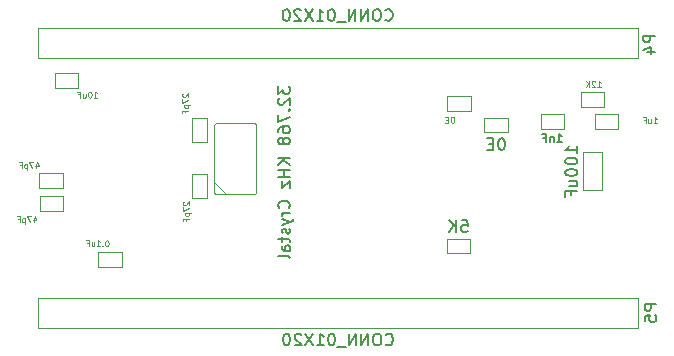
<source format=gbr>
G04 #@! TF.FileFunction,Other,Fab,Bot*
%FSLAX46Y46*%
G04 Gerber Fmt 4.6, Leading zero omitted, Abs format (unit mm)*
G04 Created by KiCad (PCBNEW 4.0.4-stable) date 02/18/17 15:09:56*
%MOMM*%
%LPD*%
G01*
G04 APERTURE LIST*
%ADD10C,0.100000*%
%ADD11C,0.125000*%
%ADD12C,0.150000*%
G04 APERTURE END LIST*
D10*
X117390000Y-92315000D02*
X117390000Y-91065000D01*
X115390000Y-92315000D02*
X117390000Y-92315000D01*
X115390000Y-91065000D02*
X115390000Y-92315000D01*
X117390000Y-91065000D02*
X115390000Y-91065000D01*
X119100000Y-106235000D02*
X119100000Y-107485000D01*
X121100000Y-106235000D02*
X119100000Y-106235000D01*
X121100000Y-107485000D02*
X121100000Y-106235000D01*
X119100000Y-107485000D02*
X121100000Y-107485000D01*
X114100000Y-99545000D02*
X114100000Y-100795000D01*
X116100000Y-99545000D02*
X114100000Y-99545000D01*
X116100000Y-100795000D02*
X116100000Y-99545000D01*
X114100000Y-100795000D02*
X116100000Y-100795000D01*
X114120000Y-101485000D02*
X114120000Y-102735000D01*
X116120000Y-101485000D02*
X114120000Y-101485000D01*
X116120000Y-102735000D02*
X116120000Y-101485000D01*
X114120000Y-102735000D02*
X116120000Y-102735000D01*
X158560000Y-95795000D02*
X158560000Y-94545000D01*
X156560000Y-95795000D02*
X158560000Y-95795000D01*
X156560000Y-94545000D02*
X156560000Y-95795000D01*
X158560000Y-94545000D02*
X156560000Y-94545000D01*
X127045000Y-101620000D02*
X128295000Y-101620000D01*
X127045000Y-99620000D02*
X127045000Y-101620000D01*
X128295000Y-99620000D02*
X127045000Y-99620000D01*
X128295000Y-101620000D02*
X128295000Y-99620000D01*
X128295000Y-94880000D02*
X127045000Y-94880000D01*
X128295000Y-96880000D02*
X128295000Y-94880000D01*
X127045000Y-96880000D02*
X128295000Y-96880000D01*
X127045000Y-94880000D02*
X127045000Y-96880000D01*
X161120000Y-94555000D02*
X161120000Y-95805000D01*
X163120000Y-94555000D02*
X161120000Y-94555000D01*
X163120000Y-95805000D02*
X163120000Y-94555000D01*
X161120000Y-95805000D02*
X163120000Y-95805000D01*
X164760000Y-89840000D02*
X113960000Y-89840000D01*
X113960000Y-89840000D02*
X113960000Y-87300000D01*
X113960000Y-87300000D02*
X164760000Y-87300000D01*
X164760000Y-87300000D02*
X164760000Y-89840000D01*
X164760000Y-112700000D02*
X113960000Y-112700000D01*
X113960000Y-112700000D02*
X113960000Y-110160000D01*
X113960000Y-110160000D02*
X164760000Y-110160000D01*
X164760000Y-110160000D02*
X164760000Y-112700000D01*
X161950000Y-93955000D02*
X161950000Y-92705000D01*
X159950000Y-93955000D02*
X161950000Y-93955000D01*
X159950000Y-92705000D02*
X159950000Y-93955000D01*
X161950000Y-92705000D02*
X159950000Y-92705000D01*
X148580000Y-105095000D02*
X148580000Y-106345000D01*
X150580000Y-105095000D02*
X148580000Y-105095000D01*
X150580000Y-106345000D02*
X150580000Y-105095000D01*
X148580000Y-106345000D02*
X150580000Y-106345000D01*
X153780000Y-96095000D02*
X153780000Y-94845000D01*
X151780000Y-96095000D02*
X153780000Y-96095000D01*
X151780000Y-94845000D02*
X151780000Y-96095000D01*
X153780000Y-94845000D02*
X151780000Y-94845000D01*
X150650000Y-94305000D02*
X150650000Y-93055000D01*
X148650000Y-94305000D02*
X150650000Y-94305000D01*
X148650000Y-93055000D02*
X148650000Y-94305000D01*
X150650000Y-93055000D02*
X148650000Y-93055000D01*
X161720000Y-97750000D02*
X160120000Y-97750000D01*
X161720000Y-100950000D02*
X161720000Y-97750000D01*
X160120000Y-100950000D02*
X161720000Y-100950000D01*
X160120000Y-97750000D02*
X160120000Y-100950000D01*
X132430000Y-101240000D02*
X132430000Y-95440000D01*
X132430000Y-95440000D02*
X132330000Y-95340000D01*
X132330000Y-95340000D02*
X129030000Y-95340000D01*
X129030000Y-95340000D02*
X128930000Y-95440000D01*
X128930000Y-95440000D02*
X128930000Y-101240000D01*
X128930000Y-101240000D02*
X129030000Y-101340000D01*
X129030000Y-101340000D02*
X132330000Y-101340000D01*
X132330000Y-101340000D02*
X132430000Y-101240000D01*
X129930000Y-101340000D02*
X128930000Y-100340000D01*
D11*
X118715714Y-93146190D02*
X119001428Y-93146190D01*
X118858571Y-93146190D02*
X118858571Y-92646190D01*
X118906190Y-92717619D01*
X118953809Y-92765238D01*
X119001428Y-92789048D01*
X118406190Y-92646190D02*
X118358571Y-92646190D01*
X118310952Y-92670000D01*
X118287143Y-92693810D01*
X118263333Y-92741429D01*
X118239524Y-92836667D01*
X118239524Y-92955714D01*
X118263333Y-93050952D01*
X118287143Y-93098571D01*
X118310952Y-93122381D01*
X118358571Y-93146190D01*
X118406190Y-93146190D01*
X118453809Y-93122381D01*
X118477619Y-93098571D01*
X118501428Y-93050952D01*
X118525238Y-92955714D01*
X118525238Y-92836667D01*
X118501428Y-92741429D01*
X118477619Y-92693810D01*
X118453809Y-92670000D01*
X118406190Y-92646190D01*
X117810953Y-92812857D02*
X117810953Y-93146190D01*
X118025238Y-92812857D02*
X118025238Y-93074762D01*
X118001429Y-93122381D01*
X117953810Y-93146190D01*
X117882381Y-93146190D01*
X117834762Y-93122381D01*
X117810953Y-93098571D01*
X117406191Y-92884286D02*
X117572857Y-92884286D01*
X117572857Y-93146190D02*
X117572857Y-92646190D01*
X117334762Y-92646190D01*
X119841427Y-105246190D02*
X119793808Y-105246190D01*
X119746189Y-105270000D01*
X119722380Y-105293810D01*
X119698570Y-105341429D01*
X119674761Y-105436667D01*
X119674761Y-105555714D01*
X119698570Y-105650952D01*
X119722380Y-105698571D01*
X119746189Y-105722381D01*
X119793808Y-105746190D01*
X119841427Y-105746190D01*
X119889046Y-105722381D01*
X119912856Y-105698571D01*
X119936665Y-105650952D01*
X119960475Y-105555714D01*
X119960475Y-105436667D01*
X119936665Y-105341429D01*
X119912856Y-105293810D01*
X119889046Y-105270000D01*
X119841427Y-105246190D01*
X119460475Y-105698571D02*
X119436666Y-105722381D01*
X119460475Y-105746190D01*
X119484285Y-105722381D01*
X119460475Y-105698571D01*
X119460475Y-105746190D01*
X118960476Y-105746190D02*
X119246190Y-105746190D01*
X119103333Y-105746190D02*
X119103333Y-105246190D01*
X119150952Y-105317619D01*
X119198571Y-105365238D01*
X119246190Y-105389048D01*
X118531905Y-105412857D02*
X118531905Y-105746190D01*
X118746190Y-105412857D02*
X118746190Y-105674762D01*
X118722381Y-105722381D01*
X118674762Y-105746190D01*
X118603333Y-105746190D01*
X118555714Y-105722381D01*
X118531905Y-105698571D01*
X118127143Y-105484286D02*
X118293809Y-105484286D01*
X118293809Y-105746190D02*
X118293809Y-105246190D01*
X118055714Y-105246190D01*
X113803333Y-98792857D02*
X113803333Y-99126190D01*
X113922380Y-98602381D02*
X114041428Y-98959524D01*
X113731904Y-98959524D01*
X113589047Y-98626190D02*
X113255714Y-98626190D01*
X113470000Y-99126190D01*
X113065238Y-98792857D02*
X113065238Y-99292857D01*
X113065238Y-98816667D02*
X113017619Y-98792857D01*
X112922381Y-98792857D01*
X112874762Y-98816667D01*
X112850953Y-98840476D01*
X112827143Y-98888095D01*
X112827143Y-99030952D01*
X112850953Y-99078571D01*
X112874762Y-99102381D01*
X112922381Y-99126190D01*
X113017619Y-99126190D01*
X113065238Y-99102381D01*
X112446191Y-98864286D02*
X112612857Y-98864286D01*
X112612857Y-99126190D02*
X112612857Y-98626190D01*
X112374762Y-98626190D01*
X113623333Y-103362857D02*
X113623333Y-103696190D01*
X113742380Y-103172381D02*
X113861428Y-103529524D01*
X113551904Y-103529524D01*
X113409047Y-103196190D02*
X113075714Y-103196190D01*
X113290000Y-103696190D01*
X112885238Y-103362857D02*
X112885238Y-103862857D01*
X112885238Y-103386667D02*
X112837619Y-103362857D01*
X112742381Y-103362857D01*
X112694762Y-103386667D01*
X112670953Y-103410476D01*
X112647143Y-103458095D01*
X112647143Y-103600952D01*
X112670953Y-103648571D01*
X112694762Y-103672381D01*
X112742381Y-103696190D01*
X112837619Y-103696190D01*
X112885238Y-103672381D01*
X112266191Y-103434286D02*
X112432857Y-103434286D01*
X112432857Y-103696190D02*
X112432857Y-103196190D01*
X112194762Y-103196190D01*
D12*
X157936667Y-96946667D02*
X158336667Y-96946667D01*
X158136667Y-96946667D02*
X158136667Y-96246667D01*
X158203333Y-96346667D01*
X158270000Y-96413333D01*
X158336667Y-96446667D01*
X157636666Y-96480000D02*
X157636666Y-96946667D01*
X157636666Y-96546667D02*
X157603333Y-96513333D01*
X157536666Y-96480000D01*
X157436666Y-96480000D01*
X157370000Y-96513333D01*
X157336666Y-96580000D01*
X157336666Y-96946667D01*
X156770000Y-96580000D02*
X157003333Y-96580000D01*
X157003333Y-96946667D02*
X157003333Y-96246667D01*
X156670000Y-96246667D01*
D11*
X126323810Y-101968572D02*
X126300000Y-101992382D01*
X126276190Y-102040001D01*
X126276190Y-102159048D01*
X126300000Y-102206667D01*
X126323810Y-102230477D01*
X126371429Y-102254286D01*
X126419048Y-102254286D01*
X126490476Y-102230477D01*
X126776190Y-101944763D01*
X126776190Y-102254286D01*
X126276190Y-102420953D02*
X126276190Y-102754286D01*
X126776190Y-102540000D01*
X126442857Y-102944762D02*
X126942857Y-102944762D01*
X126466667Y-102944762D02*
X126442857Y-102992381D01*
X126442857Y-103087619D01*
X126466667Y-103135238D01*
X126490476Y-103159047D01*
X126538095Y-103182857D01*
X126680952Y-103182857D01*
X126728571Y-103159047D01*
X126752381Y-103135238D01*
X126776190Y-103087619D01*
X126776190Y-102992381D01*
X126752381Y-102944762D01*
X126514286Y-103563809D02*
X126514286Y-103397143D01*
X126776190Y-103397143D02*
X126276190Y-103397143D01*
X126276190Y-103635238D01*
X126263810Y-92818572D02*
X126240000Y-92842382D01*
X126216190Y-92890001D01*
X126216190Y-93009048D01*
X126240000Y-93056667D01*
X126263810Y-93080477D01*
X126311429Y-93104286D01*
X126359048Y-93104286D01*
X126430476Y-93080477D01*
X126716190Y-92794763D01*
X126716190Y-93104286D01*
X126216190Y-93270953D02*
X126216190Y-93604286D01*
X126716190Y-93390000D01*
X126382857Y-93794762D02*
X126882857Y-93794762D01*
X126406667Y-93794762D02*
X126382857Y-93842381D01*
X126382857Y-93937619D01*
X126406667Y-93985238D01*
X126430476Y-94009047D01*
X126478095Y-94032857D01*
X126620952Y-94032857D01*
X126668571Y-94009047D01*
X126692381Y-93985238D01*
X126716190Y-93937619D01*
X126716190Y-93842381D01*
X126692381Y-93794762D01*
X126454286Y-94413809D02*
X126454286Y-94247143D01*
X126716190Y-94247143D02*
X126216190Y-94247143D01*
X126216190Y-94485238D01*
X166107619Y-95336190D02*
X166393333Y-95336190D01*
X166250476Y-95336190D02*
X166250476Y-94836190D01*
X166298095Y-94907619D01*
X166345714Y-94955238D01*
X166393333Y-94979048D01*
X165679048Y-95002857D02*
X165679048Y-95336190D01*
X165893333Y-95002857D02*
X165893333Y-95264762D01*
X165869524Y-95312381D01*
X165821905Y-95336190D01*
X165750476Y-95336190D01*
X165702857Y-95312381D01*
X165679048Y-95288571D01*
X165274286Y-95074286D02*
X165440952Y-95074286D01*
X165440952Y-95336190D02*
X165440952Y-94836190D01*
X165202857Y-94836190D01*
D12*
X166252381Y-87901905D02*
X165252381Y-87901905D01*
X165252381Y-88282858D01*
X165300000Y-88378096D01*
X165347619Y-88425715D01*
X165442857Y-88473334D01*
X165585714Y-88473334D01*
X165680952Y-88425715D01*
X165728571Y-88378096D01*
X165776190Y-88282858D01*
X165776190Y-87901905D01*
X165585714Y-89330477D02*
X166252381Y-89330477D01*
X165204762Y-89092381D02*
X165919048Y-88854286D01*
X165919048Y-89473334D01*
X143393809Y-86557143D02*
X143441428Y-86604762D01*
X143584285Y-86652381D01*
X143679523Y-86652381D01*
X143822381Y-86604762D01*
X143917619Y-86509524D01*
X143965238Y-86414286D01*
X144012857Y-86223810D01*
X144012857Y-86080952D01*
X143965238Y-85890476D01*
X143917619Y-85795238D01*
X143822381Y-85700000D01*
X143679523Y-85652381D01*
X143584285Y-85652381D01*
X143441428Y-85700000D01*
X143393809Y-85747619D01*
X142774762Y-85652381D02*
X142584285Y-85652381D01*
X142489047Y-85700000D01*
X142393809Y-85795238D01*
X142346190Y-85985714D01*
X142346190Y-86319048D01*
X142393809Y-86509524D01*
X142489047Y-86604762D01*
X142584285Y-86652381D01*
X142774762Y-86652381D01*
X142870000Y-86604762D01*
X142965238Y-86509524D01*
X143012857Y-86319048D01*
X143012857Y-85985714D01*
X142965238Y-85795238D01*
X142870000Y-85700000D01*
X142774762Y-85652381D01*
X141917619Y-86652381D02*
X141917619Y-85652381D01*
X141346190Y-86652381D01*
X141346190Y-85652381D01*
X140870000Y-86652381D02*
X140870000Y-85652381D01*
X140298571Y-86652381D01*
X140298571Y-85652381D01*
X140060476Y-86747619D02*
X139298571Y-86747619D01*
X138870000Y-85652381D02*
X138774761Y-85652381D01*
X138679523Y-85700000D01*
X138631904Y-85747619D01*
X138584285Y-85842857D01*
X138536666Y-86033333D01*
X138536666Y-86271429D01*
X138584285Y-86461905D01*
X138631904Y-86557143D01*
X138679523Y-86604762D01*
X138774761Y-86652381D01*
X138870000Y-86652381D01*
X138965238Y-86604762D01*
X139012857Y-86557143D01*
X139060476Y-86461905D01*
X139108095Y-86271429D01*
X139108095Y-86033333D01*
X139060476Y-85842857D01*
X139012857Y-85747619D01*
X138965238Y-85700000D01*
X138870000Y-85652381D01*
X137584285Y-86652381D02*
X138155714Y-86652381D01*
X137870000Y-86652381D02*
X137870000Y-85652381D01*
X137965238Y-85795238D01*
X138060476Y-85890476D01*
X138155714Y-85938095D01*
X137250952Y-85652381D02*
X136584285Y-86652381D01*
X136584285Y-85652381D02*
X137250952Y-86652381D01*
X136250952Y-85747619D02*
X136203333Y-85700000D01*
X136108095Y-85652381D01*
X135869999Y-85652381D01*
X135774761Y-85700000D01*
X135727142Y-85747619D01*
X135679523Y-85842857D01*
X135679523Y-85938095D01*
X135727142Y-86080952D01*
X136298571Y-86652381D01*
X135679523Y-86652381D01*
X135060476Y-85652381D02*
X134965237Y-85652381D01*
X134869999Y-85700000D01*
X134822380Y-85747619D01*
X134774761Y-85842857D01*
X134727142Y-86033333D01*
X134727142Y-86271429D01*
X134774761Y-86461905D01*
X134822380Y-86557143D01*
X134869999Y-86604762D01*
X134965237Y-86652381D01*
X135060476Y-86652381D01*
X135155714Y-86604762D01*
X135203333Y-86557143D01*
X135250952Y-86461905D01*
X135298571Y-86271429D01*
X135298571Y-86033333D01*
X135250952Y-85842857D01*
X135203333Y-85747619D01*
X135155714Y-85700000D01*
X135060476Y-85652381D01*
X166352381Y-110621905D02*
X165352381Y-110621905D01*
X165352381Y-111002858D01*
X165400000Y-111098096D01*
X165447619Y-111145715D01*
X165542857Y-111193334D01*
X165685714Y-111193334D01*
X165780952Y-111145715D01*
X165828571Y-111098096D01*
X165876190Y-111002858D01*
X165876190Y-110621905D01*
X165352381Y-112098096D02*
X165352381Y-111621905D01*
X165828571Y-111574286D01*
X165780952Y-111621905D01*
X165733333Y-111717143D01*
X165733333Y-111955239D01*
X165780952Y-112050477D01*
X165828571Y-112098096D01*
X165923810Y-112145715D01*
X166161905Y-112145715D01*
X166257143Y-112098096D01*
X166304762Y-112050477D01*
X166352381Y-111955239D01*
X166352381Y-111717143D01*
X166304762Y-111621905D01*
X166257143Y-111574286D01*
X143423809Y-114047143D02*
X143471428Y-114094762D01*
X143614285Y-114142381D01*
X143709523Y-114142381D01*
X143852381Y-114094762D01*
X143947619Y-113999524D01*
X143995238Y-113904286D01*
X144042857Y-113713810D01*
X144042857Y-113570952D01*
X143995238Y-113380476D01*
X143947619Y-113285238D01*
X143852381Y-113190000D01*
X143709523Y-113142381D01*
X143614285Y-113142381D01*
X143471428Y-113190000D01*
X143423809Y-113237619D01*
X142804762Y-113142381D02*
X142614285Y-113142381D01*
X142519047Y-113190000D01*
X142423809Y-113285238D01*
X142376190Y-113475714D01*
X142376190Y-113809048D01*
X142423809Y-113999524D01*
X142519047Y-114094762D01*
X142614285Y-114142381D01*
X142804762Y-114142381D01*
X142900000Y-114094762D01*
X142995238Y-113999524D01*
X143042857Y-113809048D01*
X143042857Y-113475714D01*
X142995238Y-113285238D01*
X142900000Y-113190000D01*
X142804762Y-113142381D01*
X141947619Y-114142381D02*
X141947619Y-113142381D01*
X141376190Y-114142381D01*
X141376190Y-113142381D01*
X140900000Y-114142381D02*
X140900000Y-113142381D01*
X140328571Y-114142381D01*
X140328571Y-113142381D01*
X140090476Y-114237619D02*
X139328571Y-114237619D01*
X138900000Y-113142381D02*
X138804761Y-113142381D01*
X138709523Y-113190000D01*
X138661904Y-113237619D01*
X138614285Y-113332857D01*
X138566666Y-113523333D01*
X138566666Y-113761429D01*
X138614285Y-113951905D01*
X138661904Y-114047143D01*
X138709523Y-114094762D01*
X138804761Y-114142381D01*
X138900000Y-114142381D01*
X138995238Y-114094762D01*
X139042857Y-114047143D01*
X139090476Y-113951905D01*
X139138095Y-113761429D01*
X139138095Y-113523333D01*
X139090476Y-113332857D01*
X139042857Y-113237619D01*
X138995238Y-113190000D01*
X138900000Y-113142381D01*
X137614285Y-114142381D02*
X138185714Y-114142381D01*
X137900000Y-114142381D02*
X137900000Y-113142381D01*
X137995238Y-113285238D01*
X138090476Y-113380476D01*
X138185714Y-113428095D01*
X137280952Y-113142381D02*
X136614285Y-114142381D01*
X136614285Y-113142381D02*
X137280952Y-114142381D01*
X136280952Y-113237619D02*
X136233333Y-113190000D01*
X136138095Y-113142381D01*
X135899999Y-113142381D01*
X135804761Y-113190000D01*
X135757142Y-113237619D01*
X135709523Y-113332857D01*
X135709523Y-113428095D01*
X135757142Y-113570952D01*
X136328571Y-114142381D01*
X135709523Y-114142381D01*
X135090476Y-113142381D02*
X134995237Y-113142381D01*
X134899999Y-113190000D01*
X134852380Y-113237619D01*
X134804761Y-113332857D01*
X134757142Y-113523333D01*
X134757142Y-113761429D01*
X134804761Y-113951905D01*
X134852380Y-114047143D01*
X134899999Y-114094762D01*
X134995237Y-114142381D01*
X135090476Y-114142381D01*
X135185714Y-114094762D01*
X135233333Y-114047143D01*
X135280952Y-113951905D01*
X135328571Y-113761429D01*
X135328571Y-113523333D01*
X135280952Y-113332857D01*
X135233333Y-113237619D01*
X135185714Y-113190000D01*
X135090476Y-113142381D01*
D11*
X161335238Y-92256190D02*
X161620952Y-92256190D01*
X161478095Y-92256190D02*
X161478095Y-91756190D01*
X161525714Y-91827619D01*
X161573333Y-91875238D01*
X161620952Y-91899048D01*
X161144762Y-91803810D02*
X161120952Y-91780000D01*
X161073333Y-91756190D01*
X160954286Y-91756190D01*
X160906667Y-91780000D01*
X160882857Y-91803810D01*
X160859048Y-91851429D01*
X160859048Y-91899048D01*
X160882857Y-91970476D01*
X161168571Y-92256190D01*
X160859048Y-92256190D01*
X160644762Y-92256190D02*
X160644762Y-91756190D01*
X160359048Y-92256190D02*
X160573334Y-91970476D01*
X160359048Y-91756190D02*
X160644762Y-92041905D01*
D12*
X149861904Y-103532381D02*
X150338095Y-103532381D01*
X150385714Y-104008571D01*
X150338095Y-103960952D01*
X150242857Y-103913333D01*
X150004761Y-103913333D01*
X149909523Y-103960952D01*
X149861904Y-104008571D01*
X149814285Y-104103810D01*
X149814285Y-104341905D01*
X149861904Y-104437143D01*
X149909523Y-104484762D01*
X150004761Y-104532381D01*
X150242857Y-104532381D01*
X150338095Y-104484762D01*
X150385714Y-104437143D01*
X149385714Y-104532381D02*
X149385714Y-103532381D01*
X148814285Y-104532381D02*
X149242857Y-103960952D01*
X148814285Y-103532381D02*
X149385714Y-104103810D01*
X153270000Y-96592381D02*
X153174761Y-96592381D01*
X153079523Y-96640000D01*
X153031904Y-96687619D01*
X152984285Y-96782857D01*
X152936666Y-96973333D01*
X152936666Y-97211429D01*
X152984285Y-97401905D01*
X153031904Y-97497143D01*
X153079523Y-97544762D01*
X153174761Y-97592381D01*
X153270000Y-97592381D01*
X153365238Y-97544762D01*
X153412857Y-97497143D01*
X153460476Y-97401905D01*
X153508095Y-97211429D01*
X153508095Y-96973333D01*
X153460476Y-96782857D01*
X153412857Y-96687619D01*
X153365238Y-96640000D01*
X153270000Y-96592381D01*
X152508095Y-97068571D02*
X152174761Y-97068571D01*
X152031904Y-97592381D02*
X152508095Y-97592381D01*
X152508095Y-96592381D01*
X152031904Y-96592381D01*
D11*
X149099999Y-94786190D02*
X149052380Y-94786190D01*
X149004761Y-94810000D01*
X148980952Y-94833810D01*
X148957142Y-94881429D01*
X148933333Y-94976667D01*
X148933333Y-95095714D01*
X148957142Y-95190952D01*
X148980952Y-95238571D01*
X149004761Y-95262381D01*
X149052380Y-95286190D01*
X149099999Y-95286190D01*
X149147618Y-95262381D01*
X149171428Y-95238571D01*
X149195237Y-95190952D01*
X149219047Y-95095714D01*
X149219047Y-94976667D01*
X149195237Y-94881429D01*
X149171428Y-94833810D01*
X149147618Y-94810000D01*
X149099999Y-94786190D01*
X148719047Y-95024286D02*
X148552381Y-95024286D01*
X148480952Y-95286190D02*
X148719047Y-95286190D01*
X148719047Y-94786190D01*
X148480952Y-94786190D01*
D12*
X159632381Y-97862381D02*
X159632381Y-97290952D01*
X159632381Y-97576666D02*
X158632381Y-97576666D01*
X158775238Y-97481428D01*
X158870476Y-97386190D01*
X158918095Y-97290952D01*
X158632381Y-98481428D02*
X158632381Y-98576667D01*
X158680000Y-98671905D01*
X158727619Y-98719524D01*
X158822857Y-98767143D01*
X159013333Y-98814762D01*
X159251429Y-98814762D01*
X159441905Y-98767143D01*
X159537143Y-98719524D01*
X159584762Y-98671905D01*
X159632381Y-98576667D01*
X159632381Y-98481428D01*
X159584762Y-98386190D01*
X159537143Y-98338571D01*
X159441905Y-98290952D01*
X159251429Y-98243333D01*
X159013333Y-98243333D01*
X158822857Y-98290952D01*
X158727619Y-98338571D01*
X158680000Y-98386190D01*
X158632381Y-98481428D01*
X158632381Y-99433809D02*
X158632381Y-99529048D01*
X158680000Y-99624286D01*
X158727619Y-99671905D01*
X158822857Y-99719524D01*
X159013333Y-99767143D01*
X159251429Y-99767143D01*
X159441905Y-99719524D01*
X159537143Y-99671905D01*
X159584762Y-99624286D01*
X159632381Y-99529048D01*
X159632381Y-99433809D01*
X159584762Y-99338571D01*
X159537143Y-99290952D01*
X159441905Y-99243333D01*
X159251429Y-99195714D01*
X159013333Y-99195714D01*
X158822857Y-99243333D01*
X158727619Y-99290952D01*
X158680000Y-99338571D01*
X158632381Y-99433809D01*
X158965714Y-100624286D02*
X159632381Y-100624286D01*
X158965714Y-100195714D02*
X159489524Y-100195714D01*
X159584762Y-100243333D01*
X159632381Y-100338571D01*
X159632381Y-100481429D01*
X159584762Y-100576667D01*
X159537143Y-100624286D01*
X159108571Y-101433810D02*
X159108571Y-101100476D01*
X159632381Y-101100476D02*
X158632381Y-101100476D01*
X158632381Y-101576667D01*
X134322381Y-92208094D02*
X134322381Y-92827142D01*
X134703333Y-92493808D01*
X134703333Y-92636666D01*
X134750952Y-92731904D01*
X134798571Y-92779523D01*
X134893810Y-92827142D01*
X135131905Y-92827142D01*
X135227143Y-92779523D01*
X135274762Y-92731904D01*
X135322381Y-92636666D01*
X135322381Y-92350951D01*
X135274762Y-92255713D01*
X135227143Y-92208094D01*
X134417619Y-93208094D02*
X134370000Y-93255713D01*
X134322381Y-93350951D01*
X134322381Y-93589047D01*
X134370000Y-93684285D01*
X134417619Y-93731904D01*
X134512857Y-93779523D01*
X134608095Y-93779523D01*
X134750952Y-93731904D01*
X135322381Y-93160475D01*
X135322381Y-93779523D01*
X135227143Y-94208094D02*
X135274762Y-94255713D01*
X135322381Y-94208094D01*
X135274762Y-94160475D01*
X135227143Y-94208094D01*
X135322381Y-94208094D01*
X134322381Y-94589046D02*
X134322381Y-95255713D01*
X135322381Y-94827141D01*
X134322381Y-96065237D02*
X134322381Y-95874760D01*
X134370000Y-95779522D01*
X134417619Y-95731903D01*
X134560476Y-95636665D01*
X134750952Y-95589046D01*
X135131905Y-95589046D01*
X135227143Y-95636665D01*
X135274762Y-95684284D01*
X135322381Y-95779522D01*
X135322381Y-95969999D01*
X135274762Y-96065237D01*
X135227143Y-96112856D01*
X135131905Y-96160475D01*
X134893810Y-96160475D01*
X134798571Y-96112856D01*
X134750952Y-96065237D01*
X134703333Y-95969999D01*
X134703333Y-95779522D01*
X134750952Y-95684284D01*
X134798571Y-95636665D01*
X134893810Y-95589046D01*
X134750952Y-96731903D02*
X134703333Y-96636665D01*
X134655714Y-96589046D01*
X134560476Y-96541427D01*
X134512857Y-96541427D01*
X134417619Y-96589046D01*
X134370000Y-96636665D01*
X134322381Y-96731903D01*
X134322381Y-96922380D01*
X134370000Y-97017618D01*
X134417619Y-97065237D01*
X134512857Y-97112856D01*
X134560476Y-97112856D01*
X134655714Y-97065237D01*
X134703333Y-97017618D01*
X134750952Y-96922380D01*
X134750952Y-96731903D01*
X134798571Y-96636665D01*
X134846190Y-96589046D01*
X134941429Y-96541427D01*
X135131905Y-96541427D01*
X135227143Y-96589046D01*
X135274762Y-96636665D01*
X135322381Y-96731903D01*
X135322381Y-96922380D01*
X135274762Y-97017618D01*
X135227143Y-97065237D01*
X135131905Y-97112856D01*
X134941429Y-97112856D01*
X134846190Y-97065237D01*
X134798571Y-97017618D01*
X134750952Y-96922380D01*
X135322381Y-98303332D02*
X134322381Y-98303332D01*
X135322381Y-98874761D02*
X134750952Y-98446189D01*
X134322381Y-98874761D02*
X134893810Y-98303332D01*
X135322381Y-99303332D02*
X134322381Y-99303332D01*
X134798571Y-99303332D02*
X134798571Y-99874761D01*
X135322381Y-99874761D02*
X134322381Y-99874761D01*
X134655714Y-100255713D02*
X134655714Y-100779523D01*
X135322381Y-100255713D01*
X135322381Y-100779523D01*
X135227143Y-102493809D02*
X135274762Y-102446190D01*
X135322381Y-102303333D01*
X135322381Y-102208095D01*
X135274762Y-102065237D01*
X135179524Y-101969999D01*
X135084286Y-101922380D01*
X134893810Y-101874761D01*
X134750952Y-101874761D01*
X134560476Y-101922380D01*
X134465238Y-101969999D01*
X134370000Y-102065237D01*
X134322381Y-102208095D01*
X134322381Y-102303333D01*
X134370000Y-102446190D01*
X134417619Y-102493809D01*
X135322381Y-102922380D02*
X134655714Y-102922380D01*
X134846190Y-102922380D02*
X134750952Y-102969999D01*
X134703333Y-103017618D01*
X134655714Y-103112856D01*
X134655714Y-103208095D01*
X134655714Y-103446190D02*
X135322381Y-103684285D01*
X134655714Y-103922381D02*
X135322381Y-103684285D01*
X135560476Y-103589047D01*
X135608095Y-103541428D01*
X135655714Y-103446190D01*
X135274762Y-104255714D02*
X135322381Y-104350952D01*
X135322381Y-104541428D01*
X135274762Y-104636667D01*
X135179524Y-104684286D01*
X135131905Y-104684286D01*
X135036667Y-104636667D01*
X134989048Y-104541428D01*
X134989048Y-104398571D01*
X134941429Y-104303333D01*
X134846190Y-104255714D01*
X134798571Y-104255714D01*
X134703333Y-104303333D01*
X134655714Y-104398571D01*
X134655714Y-104541428D01*
X134703333Y-104636667D01*
X134655714Y-104970000D02*
X134655714Y-105350952D01*
X134322381Y-105112857D02*
X135179524Y-105112857D01*
X135274762Y-105160476D01*
X135322381Y-105255714D01*
X135322381Y-105350952D01*
X135322381Y-106112858D02*
X134798571Y-106112858D01*
X134703333Y-106065239D01*
X134655714Y-105970001D01*
X134655714Y-105779524D01*
X134703333Y-105684286D01*
X135274762Y-106112858D02*
X135322381Y-106017620D01*
X135322381Y-105779524D01*
X135274762Y-105684286D01*
X135179524Y-105636667D01*
X135084286Y-105636667D01*
X134989048Y-105684286D01*
X134941429Y-105779524D01*
X134941429Y-106017620D01*
X134893810Y-106112858D01*
X135322381Y-106731905D02*
X135274762Y-106636667D01*
X135179524Y-106589048D01*
X134322381Y-106589048D01*
M02*

</source>
